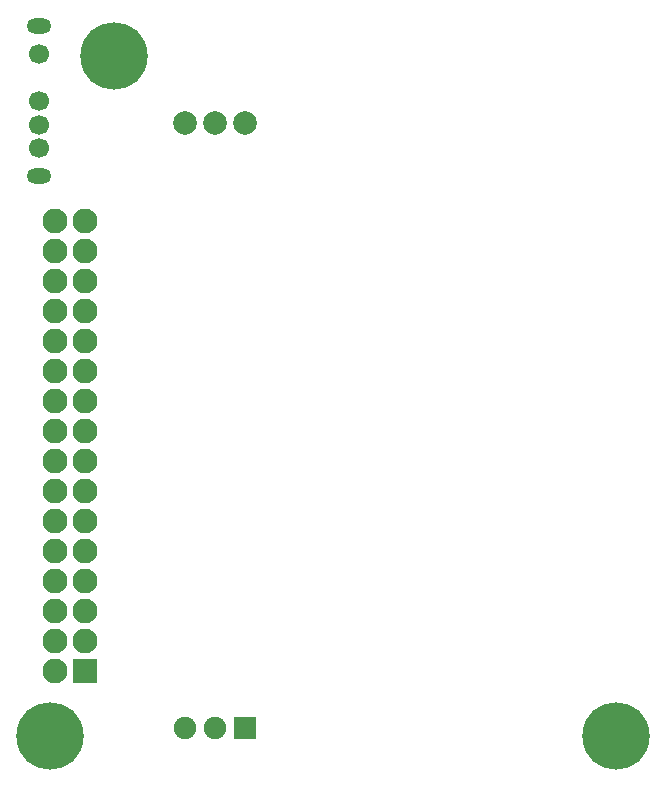
<source format=gbs>
G04 #@! TF.GenerationSoftware,KiCad,Pcbnew,8.0.3*
G04 #@! TF.CreationDate,2024-09-14T14:57:03+02:00*
G04 #@! TF.ProjectId,jitx-design,6a697478-2d64-4657-9369-676e2e6b6963,rev?*
G04 #@! TF.SameCoordinates,Original*
G04 #@! TF.FileFunction,Soldermask,Bot*
G04 #@! TF.FilePolarity,Negative*
%FSLAX46Y46*%
G04 Gerber Fmt 4.6, Leading zero omitted, Abs format (unit mm)*
G04 Created by KiCad (PCBNEW 8.0.3) date 2024-09-14 14:57:03*
%MOMM*%
%LPD*%
G01*
G04 APERTURE LIST*
G04 Aperture macros list*
%AMRoundRect*
0 Rectangle with rounded corners*
0 $1 Rounding radius*
0 $2 $3 $4 $5 $6 $7 $8 $9 X,Y pos of 4 corners*
0 Add a 4 corners polygon primitive as box body*
4,1,4,$2,$3,$4,$5,$6,$7,$8,$9,$2,$3,0*
0 Add four circle primitives for the rounded corners*
1,1,$1+$1,$2,$3*
1,1,$1+$1,$4,$5*
1,1,$1+$1,$6,$7*
1,1,$1+$1,$8,$9*
0 Add four rect primitives between the rounded corners*
20,1,$1+$1,$2,$3,$4,$5,0*
20,1,$1+$1,$4,$5,$6,$7,0*
20,1,$1+$1,$6,$7,$8,$9,0*
20,1,$1+$1,$8,$9,$2,$3,0*%
G04 Aperture macros list end*
%ADD10C,3.702000*%
%ADD11C,5.702000*%
%ADD12RoundRect,0.051000X0.900000X0.900000X-0.900000X0.900000X-0.900000X-0.900000X0.900000X-0.900000X0*%
%ADD13C,1.902000*%
%ADD14RoundRect,0.051000X1.000000X-1.000000X1.000000X1.000000X-1.000000X1.000000X-1.000000X-1.000000X0*%
%ADD15C,2.102000*%
%ADD16C,1.700000*%
%ADD17O,2.100000X1.300000*%
%ADD18C,2.000000*%
G04 APERTURE END LIST*
D10*
X163500000Y-137000000D03*
D11*
X163500000Y-137000000D03*
D10*
X115500000Y-137000000D03*
D11*
X115500000Y-137000000D03*
D12*
X132048688Y-136349927D03*
D13*
X129508688Y-136349927D03*
X126968688Y-136349927D03*
D14*
X118507941Y-131500949D03*
D15*
X115967941Y-131500949D03*
X118507941Y-128960949D03*
X115967941Y-128960949D03*
X118507941Y-126420949D03*
X115967941Y-126420949D03*
X118507941Y-123880949D03*
X115967941Y-123880949D03*
X118507941Y-121340949D03*
X115967941Y-121340949D03*
X118507941Y-118800949D03*
X115967941Y-118800949D03*
X118507941Y-116260949D03*
X115967941Y-116260949D03*
X118507941Y-113720949D03*
X115967941Y-113720949D03*
X118507941Y-111180949D03*
X115967941Y-111180949D03*
X118507941Y-108640949D03*
X115967941Y-108640949D03*
X118507941Y-106100949D03*
X115967941Y-106100949D03*
X118507941Y-103560949D03*
X115967941Y-103560949D03*
X118507941Y-101020949D03*
X115967941Y-101020949D03*
X118507941Y-98480949D03*
X115967941Y-98480949D03*
X118507941Y-95940949D03*
X115967941Y-95940949D03*
X118507941Y-93400949D03*
X115967941Y-93400949D03*
D16*
X114635033Y-79279627D03*
X114635033Y-83279627D03*
X114635033Y-85279627D03*
X114635033Y-87279627D03*
D17*
X114635033Y-89629627D03*
X114635033Y-76929627D03*
D10*
X121000000Y-79500000D03*
D11*
X121000000Y-79500000D03*
D18*
X132048688Y-85114797D03*
X129508688Y-85114797D03*
X126968688Y-85114797D03*
M02*

</source>
